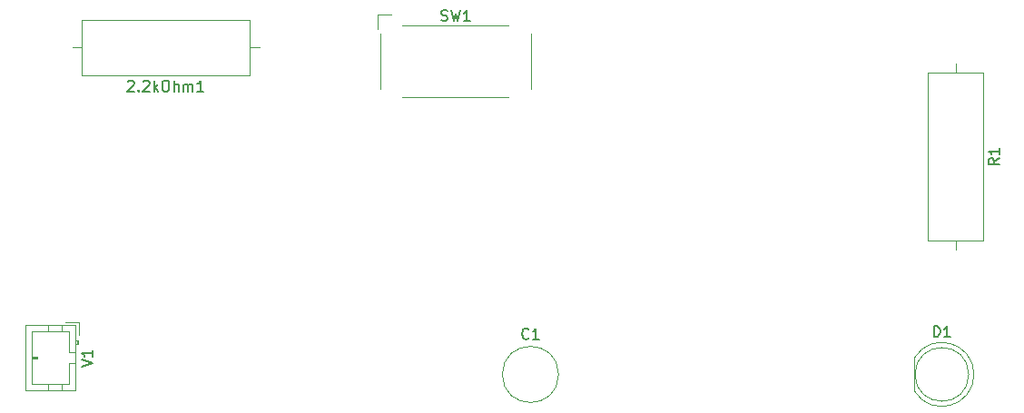
<source format=gbr>
%TF.GenerationSoftware,KiCad,Pcbnew,(6.0.11-0)*%
%TF.CreationDate,2023-03-02T13:46:00-08:00*%
%TF.ProjectId,KiCAD Part One ,4b694341-4420-4506-9172-74204f6e6520,rev?*%
%TF.SameCoordinates,Original*%
%TF.FileFunction,Legend,Top*%
%TF.FilePolarity,Positive*%
%FSLAX46Y46*%
G04 Gerber Fmt 4.6, Leading zero omitted, Abs format (unit mm)*
G04 Created by KiCad (PCBNEW (6.0.11-0)) date 2023-03-02 13:46:00*
%MOMM*%
%LPD*%
G01*
G04 APERTURE LIST*
%ADD10C,0.150000*%
%ADD11C,0.120000*%
G04 APERTURE END LIST*
D10*
%TO.C,D1*%
X173251904Y-113332380D02*
X173251904Y-112332380D01*
X173490000Y-112332380D01*
X173632857Y-112380000D01*
X173728095Y-112475238D01*
X173775714Y-112570476D01*
X173823333Y-112760952D01*
X173823333Y-112903809D01*
X173775714Y-113094285D01*
X173728095Y-113189523D01*
X173632857Y-113284761D01*
X173490000Y-113332380D01*
X173251904Y-113332380D01*
X174775714Y-113332380D02*
X174204285Y-113332380D01*
X174490000Y-113332380D02*
X174490000Y-112332380D01*
X174394761Y-112475238D01*
X174299523Y-112570476D01*
X174204285Y-112618095D01*
%TO.C,2.2kOhm1*%
X98076190Y-89527619D02*
X98123809Y-89480000D01*
X98219047Y-89432380D01*
X98457142Y-89432380D01*
X98552380Y-89480000D01*
X98600000Y-89527619D01*
X98647619Y-89622857D01*
X98647619Y-89718095D01*
X98600000Y-89860952D01*
X98028571Y-90432380D01*
X98647619Y-90432380D01*
X99076190Y-90337142D02*
X99123809Y-90384761D01*
X99076190Y-90432380D01*
X99028571Y-90384761D01*
X99076190Y-90337142D01*
X99076190Y-90432380D01*
X99504761Y-89527619D02*
X99552380Y-89480000D01*
X99647619Y-89432380D01*
X99885714Y-89432380D01*
X99980952Y-89480000D01*
X100028571Y-89527619D01*
X100076190Y-89622857D01*
X100076190Y-89718095D01*
X100028571Y-89860952D01*
X99457142Y-90432380D01*
X100076190Y-90432380D01*
X100504761Y-90432380D02*
X100504761Y-89432380D01*
X100600000Y-90051428D02*
X100885714Y-90432380D01*
X100885714Y-89765714D02*
X100504761Y-90146666D01*
X101504761Y-89432380D02*
X101695238Y-89432380D01*
X101790476Y-89480000D01*
X101885714Y-89575238D01*
X101933333Y-89765714D01*
X101933333Y-90099047D01*
X101885714Y-90289523D01*
X101790476Y-90384761D01*
X101695238Y-90432380D01*
X101504761Y-90432380D01*
X101409523Y-90384761D01*
X101314285Y-90289523D01*
X101266666Y-90099047D01*
X101266666Y-89765714D01*
X101314285Y-89575238D01*
X101409523Y-89480000D01*
X101504761Y-89432380D01*
X102361904Y-90432380D02*
X102361904Y-89432380D01*
X102790476Y-90432380D02*
X102790476Y-89908571D01*
X102742857Y-89813333D01*
X102647619Y-89765714D01*
X102504761Y-89765714D01*
X102409523Y-89813333D01*
X102361904Y-89860952D01*
X103266666Y-90432380D02*
X103266666Y-89765714D01*
X103266666Y-89860952D02*
X103314285Y-89813333D01*
X103409523Y-89765714D01*
X103552380Y-89765714D01*
X103647619Y-89813333D01*
X103695238Y-89908571D01*
X103695238Y-90432380D01*
X103695238Y-89908571D02*
X103742857Y-89813333D01*
X103838095Y-89765714D01*
X103980952Y-89765714D01*
X104076190Y-89813333D01*
X104123809Y-89908571D01*
X104123809Y-90432380D01*
X105123809Y-90432380D02*
X104552380Y-90432380D01*
X104838095Y-90432380D02*
X104838095Y-89432380D01*
X104742857Y-89575238D01*
X104647619Y-89670476D01*
X104552380Y-89718095D01*
%TO.C,V1*%
X93742380Y-116109523D02*
X94742380Y-115776190D01*
X93742380Y-115442857D01*
X94742380Y-114585714D02*
X94742380Y-115157142D01*
X94742380Y-114871428D02*
X93742380Y-114871428D01*
X93885238Y-114966666D01*
X93980476Y-115061904D01*
X94028095Y-115157142D01*
%TO.C,R1*%
X179332380Y-96686666D02*
X178856190Y-97020000D01*
X179332380Y-97258095D02*
X178332380Y-97258095D01*
X178332380Y-96877142D01*
X178380000Y-96781904D01*
X178427619Y-96734285D01*
X178522857Y-96686666D01*
X178665714Y-96686666D01*
X178760952Y-96734285D01*
X178808571Y-96781904D01*
X178856190Y-96877142D01*
X178856190Y-97258095D01*
X179332380Y-95734285D02*
X179332380Y-96305714D01*
X179332380Y-96020000D02*
X178332380Y-96020000D01*
X178475238Y-96115238D01*
X178570476Y-96210476D01*
X178618095Y-96305714D01*
%TO.C,C1*%
X135453333Y-113447142D02*
X135405714Y-113494761D01*
X135262857Y-113542380D01*
X135167619Y-113542380D01*
X135024761Y-113494761D01*
X134929523Y-113399523D01*
X134881904Y-113304285D01*
X134834285Y-113113809D01*
X134834285Y-112970952D01*
X134881904Y-112780476D01*
X134929523Y-112685238D01*
X135024761Y-112590000D01*
X135167619Y-112542380D01*
X135262857Y-112542380D01*
X135405714Y-112590000D01*
X135453333Y-112637619D01*
X136405714Y-113542380D02*
X135834285Y-113542380D01*
X136120000Y-113542380D02*
X136120000Y-112542380D01*
X136024761Y-112685238D01*
X135929523Y-112780476D01*
X135834285Y-112828095D01*
%TO.C,SW1*%
X127299166Y-83814761D02*
X127442023Y-83862380D01*
X127680119Y-83862380D01*
X127775357Y-83814761D01*
X127822976Y-83767142D01*
X127870595Y-83671904D01*
X127870595Y-83576666D01*
X127822976Y-83481428D01*
X127775357Y-83433809D01*
X127680119Y-83386190D01*
X127489642Y-83338571D01*
X127394404Y-83290952D01*
X127346785Y-83243333D01*
X127299166Y-83148095D01*
X127299166Y-83052857D01*
X127346785Y-82957619D01*
X127394404Y-82910000D01*
X127489642Y-82862380D01*
X127727738Y-82862380D01*
X127870595Y-82910000D01*
X128203928Y-82862380D02*
X128442023Y-83862380D01*
X128632500Y-83148095D01*
X128822976Y-83862380D01*
X129061071Y-82862380D01*
X129965833Y-83862380D02*
X129394404Y-83862380D01*
X129680119Y-83862380D02*
X129680119Y-82862380D01*
X129584880Y-83005238D01*
X129489642Y-83100476D01*
X129394404Y-83148095D01*
D11*
%TO.C,D1*%
X171430000Y-115295000D02*
X171430000Y-118385000D01*
X171430000Y-118384830D02*
G75*
G03*
X176980000Y-116839538I2560000J1544830D01*
G01*
X176980000Y-116840462D02*
G75*
G03*
X171430000Y-115295170I-2990000J462D01*
G01*
X176490000Y-116840000D02*
G75*
G03*
X176490000Y-116840000I-2500000J0D01*
G01*
%TO.C,2.2kOhm1*%
X93730000Y-83740000D02*
X93730000Y-88980000D01*
X109470000Y-88980000D02*
X109470000Y-83740000D01*
X93730000Y-88980000D02*
X109470000Y-88980000D01*
X109470000Y-83740000D02*
X93730000Y-83740000D01*
X110320000Y-86360000D02*
X109470000Y-86360000D01*
X92880000Y-86360000D02*
X93730000Y-86360000D01*
%TO.C,V1*%
X92590000Y-117750000D02*
X92590000Y-115800000D01*
X89090000Y-115300000D02*
X89590000Y-115300000D01*
X89090000Y-112850000D02*
X89090000Y-117750000D01*
X93200000Y-114000000D02*
X93400000Y-114000000D01*
X92590000Y-112850000D02*
X89090000Y-112850000D01*
X90590000Y-118360000D02*
X90590000Y-117750000D01*
X93200000Y-112240000D02*
X88480000Y-112240000D01*
X90590000Y-112240000D02*
X90590000Y-112850000D01*
X93200000Y-114800000D02*
X92590000Y-114800000D01*
X91890000Y-112240000D02*
X91890000Y-112850000D01*
X92590000Y-115800000D02*
X93200000Y-115800000D01*
X93300000Y-114000000D02*
X93300000Y-113700000D01*
X88480000Y-118360000D02*
X93200000Y-118360000D01*
X89090000Y-117750000D02*
X92590000Y-117750000D01*
X91890000Y-118360000D02*
X91890000Y-117750000D01*
X92590000Y-114800000D02*
X92590000Y-112850000D01*
X93500000Y-111940000D02*
X92250000Y-111940000D01*
X88480000Y-112240000D02*
X88480000Y-118360000D01*
X93400000Y-114000000D02*
X93400000Y-113700000D01*
X93500000Y-113190000D02*
X93500000Y-111940000D01*
X89590000Y-115400000D02*
X89090000Y-115400000D01*
X93400000Y-113700000D02*
X93200000Y-113700000D01*
X93200000Y-118360000D02*
X93200000Y-112240000D01*
X89590000Y-115200000D02*
X89590000Y-115400000D01*
X89090000Y-115200000D02*
X89590000Y-115200000D01*
%TO.C,R1*%
X177880000Y-88650000D02*
X172640000Y-88650000D01*
X177880000Y-104390000D02*
X177880000Y-88650000D01*
X175260000Y-105240000D02*
X175260000Y-104390000D01*
X172640000Y-88650000D02*
X172640000Y-104390000D01*
X172640000Y-104390000D02*
X177880000Y-104390000D01*
X175260000Y-87800000D02*
X175260000Y-88650000D01*
%TO.C,C1*%
X138240000Y-116840000D02*
G75*
G03*
X138240000Y-116840000I-2620000J0D01*
G01*
%TO.C,SW1*%
X121332500Y-84610000D02*
X121332500Y-83310000D01*
X135632500Y-85010000D02*
X135632500Y-90210000D01*
X133582500Y-90960000D02*
X123682500Y-90960000D01*
X121332500Y-83310000D02*
X122632500Y-83310000D01*
X121632500Y-90210000D02*
X121632500Y-85010000D01*
X123682500Y-84260000D02*
X133582500Y-84260000D01*
%TD*%
M02*

</source>
